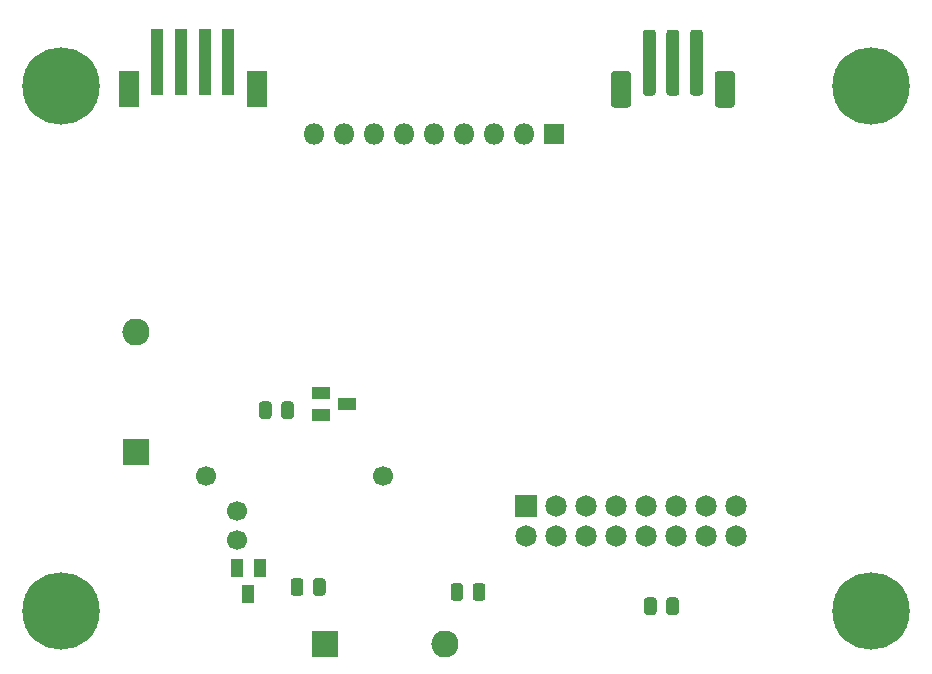
<source format=gbr>
G04 #@! TF.GenerationSoftware,KiCad,Pcbnew,(5.1.6-0-10_14)*
G04 #@! TF.CreationDate,2020-08-09T09:54:48-04:00*
G04 #@! TF.ProjectId,Pufferfish-Interface-2,50756666-6572-4666-9973-682d496e7465,rev?*
G04 #@! TF.SameCoordinates,Original*
G04 #@! TF.FileFunction,Soldermask,Bot*
G04 #@! TF.FilePolarity,Negative*
%FSLAX46Y46*%
G04 Gerber Fmt 4.6, Leading zero omitted, Abs format (unit mm)*
G04 Created by KiCad (PCBNEW (5.1.6-0-10_14)) date 2020-08-09 09:54:48*
%MOMM*%
%LPD*%
G01*
G04 APERTURE LIST*
%ADD10C,6.553200*%
%ADD11R,1.500000X1.100000*%
%ADD12R,1.100000X1.500000*%
%ADD13O,2.300000X2.300000*%
%ADD14R,2.300000X2.300000*%
%ADD15R,1.700000X3.100000*%
%ADD16R,1.100000X5.600000*%
%ADD17O,1.800000X1.800000*%
%ADD18R,1.800000X1.800000*%
%ADD19R,1.825000X1.825000*%
%ADD20C,1.825000*%
%ADD21C,1.700000*%
G04 APERTURE END LIST*
D10*
X-3810000Y-6350000D03*
X-3810000Y-50800000D03*
X64770000Y-50800000D03*
X64770000Y-6350000D03*
D11*
X20376060Y-33258760D03*
X18176060Y-32308760D03*
X18176060Y-34208760D03*
D12*
X12070120Y-49355100D03*
X13020120Y-47155100D03*
X11120120Y-47155100D03*
G36*
G01*
X14037600Y-33282970D02*
X14037600Y-34245470D01*
G75*
G02*
X13768850Y-34514220I-268750J0D01*
G01*
X13231350Y-34514220D01*
G75*
G02*
X12962600Y-34245470I0J268750D01*
G01*
X12962600Y-33282970D01*
G75*
G02*
X13231350Y-33014220I268750J0D01*
G01*
X13768850Y-33014220D01*
G75*
G02*
X14037600Y-33282970I0J-268750D01*
G01*
G37*
G36*
G01*
X15912600Y-33282970D02*
X15912600Y-34245470D01*
G75*
G02*
X15643850Y-34514220I-268750J0D01*
G01*
X15106350Y-34514220D01*
G75*
G02*
X14837600Y-34245470I0J268750D01*
G01*
X14837600Y-33282970D01*
G75*
G02*
X15106350Y-33014220I268750J0D01*
G01*
X15643850Y-33014220D01*
G75*
G02*
X15912600Y-33282970I0J-268750D01*
G01*
G37*
G36*
G01*
X17524680Y-49216230D02*
X17524680Y-48253730D01*
G75*
G02*
X17793430Y-47984980I268750J0D01*
G01*
X18330930Y-47984980D01*
G75*
G02*
X18599680Y-48253730I0J-268750D01*
G01*
X18599680Y-49216230D01*
G75*
G02*
X18330930Y-49484980I-268750J0D01*
G01*
X17793430Y-49484980D01*
G75*
G02*
X17524680Y-49216230I0J268750D01*
G01*
G37*
G36*
G01*
X15649680Y-49216230D02*
X15649680Y-48253730D01*
G75*
G02*
X15918430Y-47984980I268750J0D01*
G01*
X16455930Y-47984980D01*
G75*
G02*
X16724680Y-48253730I0J-268750D01*
G01*
X16724680Y-49216230D01*
G75*
G02*
X16455930Y-49484980I-268750J0D01*
G01*
X15918430Y-49484980D01*
G75*
G02*
X15649680Y-49216230I0J268750D01*
G01*
G37*
D13*
X2540000Y-27178000D03*
D14*
X2540000Y-37338000D03*
X18542000Y-53594000D03*
D13*
X28702000Y-53594000D03*
G36*
G01*
X49456000Y-6867000D02*
X49456000Y-1817000D01*
G75*
G02*
X49731000Y-1542000I275000J0D01*
G01*
X50281000Y-1542000D01*
G75*
G02*
X50556000Y-1817000I0J-275000D01*
G01*
X50556000Y-6867000D01*
G75*
G02*
X50281000Y-7142000I-275000J0D01*
G01*
X49731000Y-7142000D01*
G75*
G02*
X49456000Y-6867000I0J275000D01*
G01*
G37*
G36*
G01*
X45456000Y-6867000D02*
X45456000Y-1817000D01*
G75*
G02*
X45731000Y-1542000I275000J0D01*
G01*
X46281000Y-1542000D01*
G75*
G02*
X46556000Y-1817000I0J-275000D01*
G01*
X46556000Y-6867000D01*
G75*
G02*
X46281000Y-7142000I-275000J0D01*
G01*
X45731000Y-7142000D01*
G75*
G02*
X45456000Y-6867000I0J275000D01*
G01*
G37*
G36*
G01*
X47456000Y-6867000D02*
X47456000Y-1817000D01*
G75*
G02*
X47731000Y-1542000I275000J0D01*
G01*
X48281000Y-1542000D01*
G75*
G02*
X48556000Y-1817000I0J-275000D01*
G01*
X48556000Y-6867000D01*
G75*
G02*
X48281000Y-7142000I-275000J0D01*
G01*
X47731000Y-7142000D01*
G75*
G02*
X47456000Y-6867000I0J275000D01*
G01*
G37*
G36*
G01*
X42756000Y-7876800D02*
X42756000Y-5307200D01*
G75*
G02*
X43021200Y-5042000I265200J0D01*
G01*
X44190800Y-5042000D01*
G75*
G02*
X44456000Y-5307200I0J-265200D01*
G01*
X44456000Y-7876800D01*
G75*
G02*
X44190800Y-8142000I-265200J0D01*
G01*
X43021200Y-8142000D01*
G75*
G02*
X42756000Y-7876800I0J265200D01*
G01*
G37*
G36*
G01*
X51556000Y-7876800D02*
X51556000Y-5307200D01*
G75*
G02*
X51821200Y-5042000I265200J0D01*
G01*
X52990800Y-5042000D01*
G75*
G02*
X53256000Y-5307200I0J-265200D01*
G01*
X53256000Y-7876800D01*
G75*
G02*
X52990800Y-8142000I-265200J0D01*
G01*
X51821200Y-8142000D01*
G75*
G02*
X51556000Y-7876800I0J265200D01*
G01*
G37*
D15*
X12766000Y-6568000D03*
X1966000Y-6568000D03*
D16*
X10366000Y-4318000D03*
X4366000Y-4318000D03*
X8366000Y-4318000D03*
X6366000Y-4318000D03*
G36*
G01*
X30252720Y-48670290D02*
X30252720Y-49632790D01*
G75*
G02*
X29983970Y-49901540I-268750J0D01*
G01*
X29446470Y-49901540D01*
G75*
G02*
X29177720Y-49632790I0J268750D01*
G01*
X29177720Y-48670290D01*
G75*
G02*
X29446470Y-48401540I268750J0D01*
G01*
X29983970Y-48401540D01*
G75*
G02*
X30252720Y-48670290I0J-268750D01*
G01*
G37*
G36*
G01*
X32127720Y-48670290D02*
X32127720Y-49632790D01*
G75*
G02*
X31858970Y-49901540I-268750J0D01*
G01*
X31321470Y-49901540D01*
G75*
G02*
X31052720Y-49632790I0J268750D01*
G01*
X31052720Y-48670290D01*
G75*
G02*
X31321470Y-48401540I268750J0D01*
G01*
X31858970Y-48401540D01*
G75*
G02*
X32127720Y-48670290I0J-268750D01*
G01*
G37*
G36*
G01*
X46632940Y-49874250D02*
X46632940Y-50836750D01*
G75*
G02*
X46364190Y-51105500I-268750J0D01*
G01*
X45826690Y-51105500D01*
G75*
G02*
X45557940Y-50836750I0J268750D01*
G01*
X45557940Y-49874250D01*
G75*
G02*
X45826690Y-49605500I268750J0D01*
G01*
X46364190Y-49605500D01*
G75*
G02*
X46632940Y-49874250I0J-268750D01*
G01*
G37*
G36*
G01*
X48507940Y-49874250D02*
X48507940Y-50836750D01*
G75*
G02*
X48239190Y-51105500I-268750J0D01*
G01*
X47701690Y-51105500D01*
G75*
G02*
X47432940Y-50836750I0J268750D01*
G01*
X47432940Y-49874250D01*
G75*
G02*
X47701690Y-49605500I268750J0D01*
G01*
X48239190Y-49605500D01*
G75*
G02*
X48507940Y-49874250I0J-268750D01*
G01*
G37*
D17*
X17619980Y-10421620D03*
X20159980Y-10421620D03*
X22699980Y-10421620D03*
X25239980Y-10421620D03*
X27779980Y-10421620D03*
X30319980Y-10421620D03*
X32859980Y-10421620D03*
X35399980Y-10421620D03*
D18*
X37939980Y-10421620D03*
D19*
X35560000Y-41910000D03*
D20*
X35560000Y-44450000D03*
X38100000Y-41910000D03*
X38100000Y-44450000D03*
X40640000Y-41910000D03*
X40640000Y-44450000D03*
X43180000Y-41910000D03*
X43180000Y-44450000D03*
X45720000Y-41910000D03*
X45720000Y-44450000D03*
X48260000Y-41910000D03*
X48260000Y-44450000D03*
X50800000Y-41910000D03*
X50800000Y-44450000D03*
X53340000Y-41910000D03*
X53340000Y-44450000D03*
D21*
X11102000Y-44770000D03*
X11102000Y-42270000D03*
X8502000Y-39370000D03*
X23502000Y-39370000D03*
M02*

</source>
